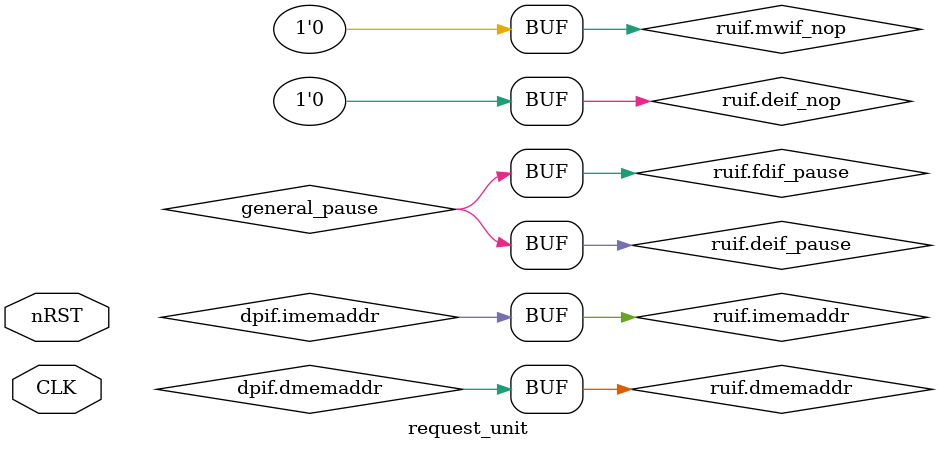
<source format=sv>
`include "request_unit_if.vh"
`include "datapath_cache_if.vh"

`include "cpu_types_pkg.vh"

module request_unit (
  input CLK, nRST,
  datapath_cache_if.dp dpif,
  request_unit_if.ru ruif
);

  logic saw_instruction_halt;
  logic general_pause;

  always_ff @(posedge CLK, negedge nRST) begin
    if (!nRST) begin
      saw_instruction_halt <= '0;
    end else if (ruif.instruction_halt == '1) begin
      saw_instruction_halt <= '1;
    end
  end

  assign dpif.imemREN = ~ruif.system_halt;
  assign dpif.imemaddr = ruif.imemaddr;
  assign dpif.dmemREN = ruif.memread;
  assign dpif.dmemWEN = ruif.memwrite;

  assign dpif.dmemstore = ruif.dmemstore;
  assign dpif.dmemaddr  = ruif.dmemaddr;

  assign dpif.halt = ruif.system_halt;

  assign ruif.pcpause = ~dpif.ihit | ruif.system_halt;
  assign ruif.dmemload = dpif.dmemload;
  assign ruif.system_halt = saw_instruction_halt & ruif.pipeline_end_halt;

  assign general_pause = ~dpif.ihit | ruif.system_halt;

  assign ruif.fdif_nop = saw_instruction_halt & ~(ruif.memread | ruif.memwrite)
  & ~ruif.fdif_pause;
  assign ruif.fdif_pause = general_pause;
  assign ruif.deif_nop = '0;
  assign ruif.deif_pause = general_pause;
  assign ruif.emif_nop = dpif.dhit;
  assign ruif.emif_pause = general_pause & ~ruif.emif_nop;
  assign ruif.mwif_nop = '0;
  assign ruif.mwif_pause = general_pause & ~dpif.dhit;
endmodule

</source>
